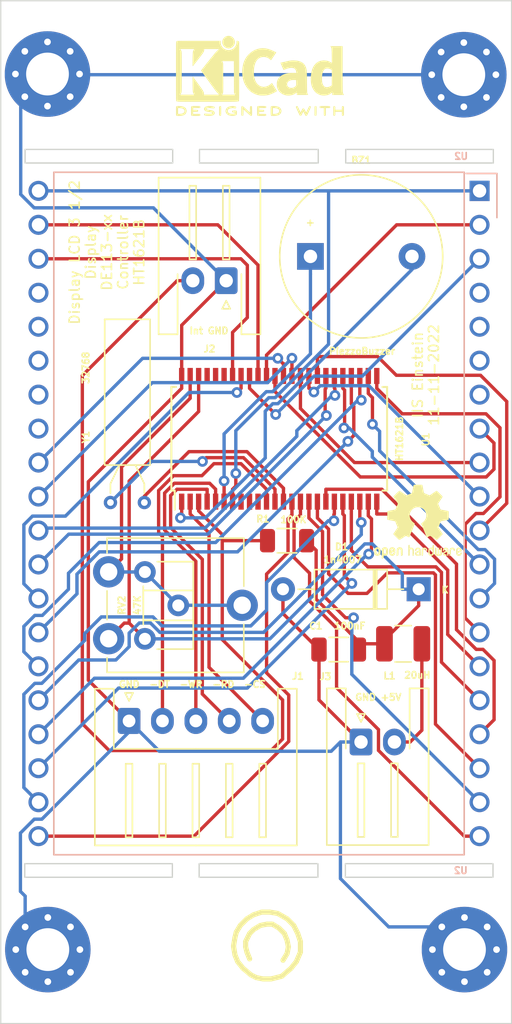
<source format=kicad_pcb>
(kicad_pcb (version 20211014) (generator pcbnew)
  (layers (0 "F.Cu" signal) (31 "B.Cu" signal) (34 "B.Paste" user) (35 "F.Paste" user) (36 "B.SilkS" user "B.Silkscreen") (37 "F.SilkS" user "F.Silkscreen") (38 "B.Mask" user) (39 "F.Mask" user) (44 "Edge.Cuts" user))
  (net 0 "")
  (net 1 "Net-(BZ1-Pad1)")
  (net 2 "Net-(BZ1-Pad2)")
  (net 3 "Net-(C1-Pad1)")
  (net 4 "GND")
  (net 5 "Net-(U1-Pad11)")
  (net 6 "Net-(R1-Pad1)")
  (net 7 "Net-(U1-Pad5)")
  (net 8 "Net-(U1-Pad4)")
  (net 9 "Net-(U1-Pad2)")
  (net 10 "Net-(U1-Pad7)")
  (net 14 "Net-(L1-Pad2)")
  (net 15 "Net-(U1-Pad12)")
  (net 16 "Net-(U1-Pad13)")
  (net 17 "Net-(U1-Pad14)")
  (net 18 "Net-(U1-Pad15)")
  (net 19 "Net-(U1-Pad16)")
  (net 20 "Net-(U1-Pad17)")
  (net 21 "Net-(U1-Pad18)")
  (net 22 "Net-(U1-Pad19)")
  (net 23 "Net-(U1-Pad20)")
  (net 24 "Net-(U1-Pad21)")
  (net 25 "Net-(U1-Pad22)")
  (net 26 "Net-(U1-Pad23)")
  (net 27 "Net-(U1-Pad24)")
  (net 28 "Net-(U1-Pad25)")
  (net 29 "Net-(U1-Pad26)")
  (net 30 "Net-(U1-Pad27)")
  (net 31 "Net-(U1-Pad28)")
  (net 32 "Net-(U1-Pad29)")
  (net 33 "Net-(U1-Pad30)")
  (net 34 "Net-(U1-Pad31)")
  (net 35 "Net-(U1-Pad32)")
  (net 36 "Net-(U1-Pad33)")
  (net 37 "Net-(U1-Pad34)")
  (net 38 "Net-(U1-Pad35)")
  (net 39 "Net-(U1-Pad36)")
  (net 40 "Net-(U1-Pad37)")
  (net 41 "Net-(U1-Pad38)")
  (net 42 "Net-(U1-Pad39)")
  (net 43 "Net-(U1-Pad40)")
  (net 44 "Net-(U1-Pad41)")
  (net 45 "Net-(U1-Pad42)")
  (net 58 "Net-(RV1-Pad1)")
  (footprint "Package_SO:SSOP-48_7.5x15.9mm_P0.635mm" (layer "F.Cu") (at 139.2428 68.6308 90)
    (fp_text reference "U1")
    (fp_text value "HT1621B")
  )
  (footprint "Connector_JST:JST_XH_S5B-XH-A_1x05_P2.50mm_Horizontal" (layer "F.Cu") (at 128.0007 89.7326)
    (fp_text reference "J1")
    (fp_text value "Conn_01x05_Male")
  )
  (footprint "Buzzer_Beeper:Buzzer_12x9.5RM7.6" (layer "F.Cu") (at 141.5796 54.991)
    (fp_text reference "BZ1")
    (fp_text value "PiezzoBuzzer")
  )
  (footprint "Potentiometer_THT:Potentiometer_ACP_CA9-V10_Vertical" (layer "F.Cu") (at 126.4729 83.5814)
    (fp_text reference "RV2")
    (fp_text value "47K")
  )
  (footprint "Symbol:OSHW-Logo2_7.3x6mm_SilkScreen" (layer "F.Cu") (at 149.6314 74.8284)
    (fp_text reference "H6" hide)
    (fp_text value "MountingHole" hide)
  )
  (footprint "Symbol:KiCad-Logo2_5mm_SilkScreen" (layer "F.Cu") (at 137.795 41.4782)
    (fp_text reference "H5" hide)
    (fp_text value "MountingHole" hide)
  )
  (footprint "Potentiometer_THT:Potentiometer_ACP_CA6-H2,5_Horizontal" (layer "F.Cu") (at 129.1865 78.5922)
    (fp_text reference "RV1" hide)
    (fp_text value "47K" hide)
  )
  (footprint "Resistor_SMD:R_1206_3216Metric" (layer "F.Cu") (at 139.827 76.2508)
    (fp_text reference "R1")
    (fp_text value "100K")
  )
  (footprint "MountingHole:MountingHole_3.2mm_M3_Pad_Via" (layer "F.Cu") (at 121.92 106.8324)
    (fp_text reference "H2" hide)
    (fp_text value "MountingHole_Pad" hide)
  )
  (footprint "Connector_JST:JST_XH_S2B-XH-A-1_1x02_P2.50mm_Horizontal" (layer "F.Cu") (at 145.3651 91.3072)
    (fp_text reference "J3")
    (fp_text value "Conn_01x02_Male")
  )
  (footprint "MountingHole:MountingHole_3.2mm_M3_Pad_Via" (layer "F.Cu") (at 153.0604 41.402)
    (fp_text reference "H4" hide)
    (fp_text value "MountingHole_Pad" hide)
  )
  (footprint "Diode_THT:D_A-405_P10.16mm_Horizontal" (layer "F.Cu") (at 149.6822 79.883 180)
    (fp_text reference "D1")
    (fp_text value "1n4007")
  )
  (footprint "Inductor_SMD:L_1210_3225Metric" (layer "F.Cu") (at 148.5201 83.9624)
    (fp_text reference "L1")
    (fp_text value "20uH")
  )
  (footprint "MountingHole:MountingHole_3.2mm_M3_Pad_Via" (layer "F.Cu") (at 153.1112 106.8324)
    (fp_text reference "H3" hide)
    (fp_text value "MountingHole_Pad" hide)
  )
  (footprint "Connector_JST:JST_XH_S2B-XH-A-1_1x02_P2.50mm_Horizontal" (layer "F.Cu") (at 135.2729 56.807 180)
    (fp_text reference "J2")
    (fp_text value "Conn_01x02_Male")
  )
  (footprint "Capacitor_SMD:C_1206_3216Metric" (layer "F.Cu") (at 143.6941 84.3942 180)
    (fp_text reference "C1")
    (fp_text value "100nF")
  )
  (footprint "MountingHole:MountingHole_3.2mm_M3_Pad_Via" (layer "F.Cu") (at 121.8946 41.3512)
    (fp_text reference "H1" hide)
    (fp_text value "MountingHole_Pad" hide)
  )
  (footprint "Symbol:Symbol_CC-ShareAlike_SilkscreenTop_Small" (layer "F.Cu") (at 138.3284 106.5276 90)
    (fp_text reference "H7" hide)
    (fp_text value "MountingHole" hide)
  )
  (footprint "Crystal:Crystal_AT310_D3.0mm_L10.0mm_Horizontal" (layer "F.Cu") (at 129.1461 73.3974 180)
    (fp_text reference "Y1")
    (fp_text value "32768")
  )
  (footprint "Display_7Segment:DE113-XX-XX" (layer "B.Cu") (at 154.2391 50.0888 180)
    (fp_text reference "U2")
    (fp_text value "DE113-XX-XX")
  )
  (gr_rect (start 118.3894 35.8648) (end 156.6418 112.3696) (layer "Edge.Cuts") (width 0.1) (fill none))
  (gr_rect (start 120.2182 48.006) (end 131.2672 46.99) (layer "Edge.Cuts") (width 0.1) (fill none))
  (gr_rect (start 133.2484 101.4222) (end 142.1384 100.4062) (layer "Edge.Cuts") (width 0.1) (fill none))
  (gr_rect (start 144.2212 48.006) (end 155.2702 46.99) (layer "Edge.Cuts") (width 0.1) (fill none))
  (gr_rect (start 133.2738 48.006) (end 142.1638 46.99) (layer "Edge.Cuts") (width 0.1) (fill none))
  (gr_rect (start 144.1958 101.4222) (end 155.2448 100.4062) (layer "Edge.Cuts") (width 0.1) (fill none))
  (gr_rect (start 120.1928 101.4222) (end 131.2418 100.4062) (layer "Edge.Cuts") (width 0.1) (fill none))
  (gr_text "Display LCD 3 1/2\nDisplay\nDE113-xx\nController\nHT1621B" (at 126.3396 54.6862 90) (layer "F.SilkS") (effects (font (size 0.75 0.75) (thickness 0.12))))
  (gr_text "IIS Einstein\n11-11-2022" (at 150.2156 63.8556 90) (layer "F.SilkS") (effects (font (size 0.75 0.75) (thickness 0.12))))
  (segment (start 135.1153 73.3308) (end 135.1153 71.783) (width 0.25) (layer "F.Cu") (net 1))
  (via (at 135.1153 71.783) (size 0.8) (drill 0.4) (layers "F.Cu" "B.Cu") (net 1))
  (segment (start 138.274 65.1074) (end 138.7514 65.1074) (width 0.25) (layer "B.Cu") (net 1))
  (segment (start 141.5796 62.2792) (end 141.5796 56.3161) (width 0.25) (layer "B.Cu") (net 1))
  (segment (start 141.5796 54.991) (end 141.5796 56.3161) (width 0.25) (layer "B.Cu") (net 1))
  (segment (start 135.1153 68.2661) (end 138.274 65.1074) (width 0.25) (layer "B.Cu") (net 1))
  (segment (start 135.1153 71.783) (end 135.1153 68.2661) (width 0.25) (layer "B.Cu") (net 1))
  (segment (start 138.7514 65.1074) (end 141.5796 62.2792) (width 0.25) (layer "B.Cu") (net 1))
  (segment (start 131.9403 74.2559) (end 131.8495 74.3467) (width 0.25) (layer "F.Cu") (net 2))
  (segment (start 131.8495 74.3467) (end 131.8495 74.544) (width 0.25) (layer "F.Cu") (net 2))
  (segment (start 131.9403 73.3308) (end 131.9403 74.2559) (width 0.25) (layer "F.Cu") (net 2))
  (via (at 131.8495 74.544) (size 0.8) (drill 0.4) (layers "F.Cu" "B.Cu") (net 2))
  (segment (start 149.1796 55.9735) (end 139.1454 66.0077) (width 0.25) (layer "B.Cu") (net 2))
  (segment (start 133.7194 74.544) (end 131.8495 74.544) (width 0.25) (layer "B.Cu") (net 2))
  (segment (start 149.1796 54.991) (end 149.1796 55.9735) (width 0.25) (layer "B.Cu") (net 2))
  (segment (start 138.1958 66.5685) (end 138.1958 70.0676) (width 0.25) (layer "B.Cu") (net 2))
  (segment (start 138.1958 70.0676) (end 133.7194 74.544) (width 0.25) (layer "B.Cu") (net 2))
  (segment (start 139.1454 66.0077) (end 138.7566 66.0077) (width 0.25) (layer "B.Cu") (net 2))
  (segment (start 138.7566 66.0077) (end 138.1958 66.5685) (width 0.25) (layer "B.Cu") (net 2))
  (segment (start 128.0097 71.7887) (end 128.0097 82.4154) (width 0.25) (layer "F.Cu") (net 3))
  (segment (start 128.0097 82.4154) (end 127.6389 82.4154) (width 0.25) (layer "F.Cu") (net 3))
  (segment (start 133.2103 63.9308) (end 133.2103 66.5881) (width 0.25) (layer "F.Cu") (net 3))
  (segment (start 145.1691 83.9624) (end 147.1201 83.9624) (width 0.25) (layer "F.Cu") (net 3))
  (segment (start 128.0097 82.4154) (end 129.1865 83.5922) (width 0.25) (layer "F.Cu") (net 3))
  (segment (start 145.1691 83.9624) (end 145.1691 84.3942) (width 0.25) (layer "F.Cu") (net 3))
  (segment (start 145.1691 83.7852) (end 145.1691 83.9624) (width 0.25) (layer "F.Cu") (net 3))
  (segment (start 127.6389 82.4154) (end 126.4729 83.5814) (width 0.25) (layer "F.Cu") (net 3))
  (segment (start 147.1201 83.6702) (end 147.1201 83.9624) (width 0.25) (layer "F.Cu") (net 3))
  (segment (start 141.2895 76.2508) (end 142.0058 76.9671) (width 0.25) (layer "F.Cu") (net 3))
  (segment (start 149.6822 81.1081) (end 147.1201 83.6702) (width 0.25) (layer "F.Cu") (net 3))
  (segment (start 142.0058 76.9671) (end 142.0058 80.6219) (width 0.25) (layer "F.Cu") (net 3))
  (segment (start 149.6822 79.883) (end 149.6822 81.1081) (width 0.25) (layer "F.Cu") (net 3))
  (segment (start 142.0058 80.6219) (end 145.1691 83.7852) (width 0.25) (layer "F.Cu") (net 3))
  (segment (start 133.2103 66.5881) (end 128.0097 71.7887) (width 0.25) (layer "F.Cu") (net 3))
  (segment (start 148.4571 78.7383) (end 146.2101 76.4913) (width 0.25) (layer "B.Cu") (net 3))
  (segment (start 138.5464 83.5922) (end 129.1865 83.5922) (width 0.25) (layer "B.Cu") (net 3))
  (segment (start 145.6473 76.4913) (end 138.5464 83.5922) (width 0.25) (layer "B.Cu") (net 3))
  (segment (start 148.4571 79.883) (end 148.4571 78.7383) (width 0.25) (layer "B.Cu") (net 3))
  (segment (start 149.6822 79.883) (end 148.4571 79.883) (width 0.25) (layer "B.Cu") (net 3))
  (segment (start 146.2101 76.4913) (end 145.6473 76.4913) (width 0.25) (layer "B.Cu") (net 3))
  (segment (start 155.5112 105.8382) (end 155.5112 106.8324) (width 0.25) (layer "F.Cu") (net 4))
  (segment (start 131.9403 63.9308) (end 131.9403 64.8559) (width 0.25) (layer "F.Cu") (net 4))
  (segment (start 142.2191 84.3942) (end 142.2191 88.1612) (width 0.25) (layer "F.Cu") (net 4))
  (segment (start 154.8083 108.5295) (end 155.5112 107.8266) (width 0.25) (layer "F.Cu") (net 4))
  (segment (start 155.4604 42.3962) (end 155.4604 41.402) (width 0.25) (layer "F.Cu") (net 4))
  (segment (start 131.9403 63.9308) (end 131.9403 60.1396) (width 0.25) (layer "F.Cu") (net 4))
  (segment (start 131.9403 60.1396) (end 135.2729 56.807) (width 0.25) (layer "F.Cu") (net 4))
  (segment (start 139.5222 79.883) (end 139.5222 81.6973) (width 0.25) (layer "F.Cu") (net 4))
  (segment (start 154.7575 43.0991) (end 155.4604 42.3962) (width 0.25) (layer "F.Cu") (net 4))
  (segment (start 128.0007 89.7326) (end 124.9519 86.6838) (width 0.25) (layer "F.Cu") (net 4))
  (segment (start 155.5112 107.8266) (end 155.5112 106.8324) (width 0.25) (layer "F.Cu") (net 4))
  (segment (start 154.8083 105.1353) (end 155.5112 105.8382) (width 0.25) (layer "F.Cu") (net 4))
  (segment (start 124.9519 86.6838) (end 124.9519 71.8443) (width 0.25) (layer "F.Cu") (net 4))
  (segment (start 142.2191 88.1612) (end 145.3651 91.3072) (width 0.25) (layer "F.Cu") (net 4))
  (segment (start 124.9519 71.8443) (end 131.9403 64.8559) (width 0.25) (layer "F.Cu") (net 4))
  (segment (start 139.5222 81.6973) (end 142.2191 84.3942) (width 0.25) (layer "F.Cu") (net 4))
  (segment (start 151.3633 41.402) (end 150.6604 41.402) (width 0.25) (layer "B.Cu") (net 4))
  (segment (start 119.8678 102.4782) (end 120.2229 102.8333) (width 0.25) (layer "B.Cu") (net 4))
  (segment (start 150.7112 106.8324) (end 151.4141 107.5353) (width 0.25) (layer "B.Cu") (net 4))
  (segment (start 120.2229 104.4324) (end 121.92 104.4324) (width 0.25) (layer "B.Cu") (net 4))
  (segment (start 128.4103 90.1421) (end 128.0007 89.7326) (width 0.25) (layer "B.Cu") (net 4))
  (segment (start 119.8678 98.1161) (end 119.8678 102.4782) (width 0.25) (layer "B.Cu") (net 4))
  (segment (start 129.8247 51.3588) (end 120.8944 51.3588) (width 0.25) (layer "B.Cu") (net 4))
  (segment (start 154.0546 39.002) (end 153.0604 39.002) (width 0.25) (layer "B.Cu") (net 4))
  (segment (start 153.0604 39.002) (end 152.0662 39.002) (width 0.25) (layer "B.Cu") (net 4))
  (segment (start 135.2729 56.807) (end 129.8247 51.3588) (width 0.25) (layer "B.Cu") (net 4))
  (segment (start 154.8083 105.1353) (end 153.8141 105.1353) (width 0.25) (layer "B.Cu") (net 4))
  (segment (start 153.0604 41.402) (end 151.3633 41.402) (width 0.25) (layer "B.Cu") (net 4))
  (segment (start 121.2171 106.8324) (end 121.92 106.8324) (width 0.25) (layer "B.Cu") (net 4))
  (segment (start 153.1112 106.8324) (end 152.117 106.8324) (width 0.25) (layer "B.Cu") (net 4))
  (segment (start 143.1315 91.9988) (end 130.267 91.9988) (width 0.25) (layer "B.Cu") (net 4))
  (segment (start 151.3633 41.402) (end 151.3633 39.7049) (width 0.25) (layer "B.Cu") (net 4))
  (segment (start 119.4946 41.3512) (end 120.1975 41.3512) (width 0.25) (layer "B.Cu") (net 4))
  (segment (start 121.8946 38.9512) (end 120.9004 38.9512) (width 0.25) (layer "B.Cu") (net 4))
  (segment (start 119.891 50.3554) (end 119.891 43.3548) (width 0.25) (layer "B.Cu") (net 4))
  (segment (start 152.0662 43.802) (end 151.3633 43.0991) (width 0.25) (layer "B.Cu") (net 4))
  (segment (start 120.2229 106.8324) (end 121.2171 106.8324) (width 0.25) (layer "B.Cu") (net 4))
  (segment (start 123.6171 105.1353) (end 122.6229 105.1353) (width 0.25) (layer "B.Cu") (net 4))
  (segment (start 150.7112 106.8324) (end 150.7112 105.1353) (width 0.25) (layer "B.Cu") (net 4))
  (segment (start 128.8841 90.6159) (end 128.884 90.6159) (width 0.25) (layer "B.Cu") (net 4))
  (segment (start 147.4398 105.1353) (end 150.7112 105.1353) (width 0.25) (layer "B.Cu") (net 4))
  (segment (start 121.8946 43.7512) (end 122.8888 43.7512) (width 0.25) (layer "B.Cu") (net 4))
  (segment (start 123.6171 107.5353) (end 123.6171 108.5295) (width 0.25) (layer "B.Cu") (net 4))
  (segment (start 152.117 106.8324) (end 151.4141 107.5353) (width 0.25) (layer "B.Cu") (net 4))
  (segment (start 124.32 106.8324) (end 123.6171 107.5353) (width 0.25) (layer "B.Cu") (net 4))
  (segment (start 152.0662 39.002) (end 151.3633 39.7049) (width 0.25) (layer "B.Cu") (net 4))
  (segment (start 124.2946 41.402) (end 124.2946 41.3512) (width 0.25) (layer "B.Cu") (net 4))
  (segment (start 120.1975 43.0483) (end 121.1917 43.0483) (width 0.25) (layer "B.Cu") (net 4))
  (segment (start 128.884 90.6159) (end 128.4103 90.1421) (width 0.25) (layer "B.Cu") (net 4))
  (segment (start 120.2229 106.8324) (end 120.2229 105.1353) (width 0.25) (layer "B.Cu") (net 4))
  (segment (start 120.9051 97.0788) (end 119.8678 98.1161) (width 0.25) (layer "B.Cu") (net 4))
  (segment (start 120.1975 41.3512) (end 121.8946 41.3512) (width 0.25) (layer "B.Cu") (net 4))
  (segment (start 124.2946 41.402) (end 150.6604 41.402) (width 0.25) (layer "B.Cu") (net 4))
  (segment (start 153.0604 43.802) (end 152.0662 43.802) (width 0.25) (layer "B.Cu") (net 4))
  (segment (start 124.2946 42.3454) (end 124.2946 41.402) (width 0.25) (layer "B.Cu") (net 4))
  (segment (start 120.1975 41.3512) (end 120.1975 39.6541) (width 0.25) (layer "B.Cu") (net 4))
  (segment (start 154.8083 108.5295) (end 153.8141 108.5295) (width 0.25) (layer "B.Cu") (net 4))
  (segment (start 119.52 106.8324) (end 120.2229 106.8324) (width 0.25) (layer "B.Cu") (net 4))
  (segment (start 128.4103 90.1421) (end 121.4736 97.0788) (width 0.25) (layer "B.Cu") (net 4))
  (segment (start 143.8231 101.5186) (end 147.4398 105.1353) (width 0.25) (layer "B.Cu") (net 4))
  (segment (start 121.2171 108.5295) (end 121.92 109.2324) (width 0.25) (layer "B.Cu") (net 4))
  (segment (start 120.2229 102.8333) (end 120.2229 104.4324) (width 0.25) (layer "B.Cu") (net 4))
  (segment (start 151.3633 41.402) (end 151.3633 43.0991) (width 0.25) (layer "B.Cu") (net 4))
  (segment (start 122.8888 43.7512) (end 123.5917 43.0483) (width 0.25) (layer "B.Cu") (net 4))
  (segment (start 130.267 91.9988) (end 128.8841 90.6159) (width 0.25) (layer "B.Cu") (net 4))
  (segment (start 154.7575 39.7049) (end 154.0546 39.002) (width 0.25) (layer "B.Cu") (net 4))
  (segment (start 151.4141 108.5295) (end 152.4083 108.5295) (width 0.25) (layer "B.Cu") (net 4))
  (segment (start 122.8888 38.9512) (end 121.8946 38.9512) (width 0.25) (layer "B.Cu") (net 4))
  (segment (start 143.8231 91.3072) (end 143.8231 101.5186) (width 0.25) (layer "B.Cu") (net 4))
  (segment (start 153.8141 105.1353) (end 153.1112 104.4324) (width 0.25) (layer "B.Cu") (net 4))
  (segment (start 120.1975 41.3512) (end 120.1975 43.0483) (width 0.25) (layer "B.Cu") (net 4))
  (segment (start 123.6171 108.5295) (end 122.6229 108.5295) (width 0.25) (layer "B.Cu") (net 4))
  (segment (start 122.6229 105.1353) (end 121.92 104.4324) (width 0.25) (layer "B.Cu") (net 4))
  (segment (start 120.9004 38.9512) (end 120.1975 39.6541) (width 0.25) (layer "B.Cu") (net 4))
  (segment (start 122.6229 108.5295) (end 121.92 109.2324) (width 0.25) (layer "B.Cu") (net 4))
  (segment (start 153.8141 108.5295) (end 153.1112 109.2324) (width 0.25) (layer "B.Cu") (net 4))
  (segment (start 120.2229 108.5295) (end 121.2171 108.5295) (width 0.25) (layer "B.Cu") (net 4))
  (segment (start 119.891 43.3548) (end 120.1975 43.0483) (width 0.25) (layer "B.Cu") (net 4))
  (segment (start 143.8231 91.3072) (end 143.1315 91.9988) (width 0.25) (layer "B.Cu") (net 4))
  (segment (start 123.5917 43.0483) (end 124.2946 42.3454) (width 0.25) (layer "B.Cu") (net 4))
  (segment (start 152.4083 108.5295) (end 153.1112 109.2324) (width 0.25) (layer "B.Cu") (net 4))
  (segment (start 123.5917 39.6541) (end 122.8888 38.9512) (width 0.25) (layer "B.Cu") (net 4))
  (segment (start 120.8944 51.3588) (end 119.891 50.3554) (width 0.25) (layer "B.Cu") (net 4))
  (segment (start 121.2171 106.8324) (end 121.2171 108.5295) (width 0.25) (layer "B.Cu") (net 4))
  (segment (start 154.0546 43.802) (end 153.0604 43.802) (width 0.25) (layer "B.Cu") (net 4))
  (segment (start 154.7575 43.0991) (end 154.0546 43.802) (width 0.25) (layer "B.Cu") (net 4))
  (segment (start 121.1917 43.0483) (end 121.8946 43.7512) (width 0.25) (layer "B.Cu") (net 4))
  (segment (start 151.4141 107.5353) (end 151.4141 108.5295) (width 0.25) (layer "B.Cu") (net 4))
  (segment (start 150.7112 105.1353) (end 151.4141 105.1353) (width 0.25) (layer "B.Cu") (net 4))
  (segment (start 120.2229 104.4324) (end 120.2229 105.1353) (width 0.25) (layer "B.Cu") (net 4))
  (segment (start 145.3651 91.3072) (end 143.8231 91.3072) (width 0.25) (layer "B.Cu") (net 4))
  (segment (start 121.4736 97.0788) (end 120.9051 97.0788) (width 0.25) (layer "B.Cu") (net 4))
  (segment (start 138.2903 72.4057) (end 136.3775 70.4929) (width 0.25) (layer "F.Cu") (net 5))
  (segment (start 131.3244 71.3895) (end 130.2138 72.5001) (width 0.25) (layer "F.Cu") (net 5))
  (segment (start 130.5007 89.7326) (end 130.5007 88.4325) (width 0.25) (layer "F.Cu") (net 5))
  (segment (start 136.3775 70.4929) (end 134.3521 70.4929) (width 0.25) (layer "F.Cu") (net 5))
  (segment (start 138.2903 73.3308) (end 138.2903 72.4057) (width 0.25) (layer "F.Cu") (net 5))
  (segment (start 133.4555 71.3895) (end 131.3244 71.3895) (width 0.25) (layer "F.Cu") (net 5))
  (segment (start 130.2138 75.6458) (end 130.5007 75.9327) (width 0.25) (layer "F.Cu") (net 5))
  (segment (start 130.5007 75.9327) (end 130.5007 88.4325) (width 0.25) (layer "F.Cu") (net 5))
  (segment (start 134.3521 70.4929) (end 133.4555 71.3895) (width 0.25) (layer "F.Cu") (net 5))
  (segment (start 130.2138 72.5001) (end 130.2138 75.6458) (width 0.25) (layer "F.Cu") (net 5))
  (segment (start 134.9777 83.6451) (end 134.9777 76.251) (width 0.25) (layer "F.Cu") (net 6))
  (segment (start 134.9777 76.251) (end 134.9779 76.2508) (width 0.25) (layer "F.Cu") (net 6))
  (segment (start 139.4968 91.083004) (end 139.4968 88.1642) (width 0.25) (layer "F.Cu") (net 6))
  (segment (start 131.5978 56.807) (end 124.5017 63.9031) (width 0.25) (layer "F.Cu") (net 6))
  (segment (start 124.5017 89.9323) (end 126.5174 91.948) (width 0.25) (layer "F.Cu") (net 6))
  (segment (start 134.9779 76.2508) (end 134.9779 75.7909) (width 0.25) (layer "F.Cu") (net 6))
  (segment (start 138.3645 76.2508) (end 134.9779 76.2508) (width 0.25) (layer "F.Cu") (net 6))
  (segment (start 138.631804 91.948) (end 139.4968 91.083004) (width 0.25) (layer "F.Cu") (net 6))
  (segment (start 134.9779 75.7909) (end 133.2103 74.0233) (width 0.25) (layer "F.Cu") (net 6))
  (segment (start 139.4968 88.1642) (end 134.9777 83.6451) (width 0.25) (layer "F.Cu") (net 6))
  (segment (start 124.5017 63.9031) (end 124.5017 89.9323) (width 0.25) (layer "F.Cu") (net 6))
  (segment (start 133.2103 74.0233) (end 133.2103 73.3308) (width 0.25) (layer "F.Cu") (net 6))
  (segment (start 132.7729 56.807) (end 131.5978 56.807) (width 0.25) (layer "F.Cu") (net 6))
  (segment (start 126.5174 91.948) (end 138.631804 91.948) (width 0.25) (layer "F.Cu") (net 6))
  (segment (start 134.4803 73.3308) (end 134.4803 72.4057) (width 0.25) (layer "F.Cu") (net 7))
  (segment (start 130.6639 72.6866) (end 130.6639 75.4592) (width 0.25) (layer "F.Cu") (net 7))
  (segment (start 131.3949 71.9556) (end 130.6639 72.6866) (width 0.25) (layer "F.Cu") (net 7))
  (segment (start 133.0007 77.796) (end 133.0007 89.7326) (width 0.25) (layer "F.Cu") (net 7))
  (segment (start 130.6639 75.4592) (end 133.0007 77.796) (width 0.25) (layer "F.Cu") (net 7))
  (segment (start 134.4803 72.4041) (end 134.0318 71.9556) (width 0.25) (layer "F.Cu") (net 7))
  (segment (start 134.4803 72.4057) (end 134.4803 72.4041) (width 0.25) (layer "F.Cu") (net 7))
  (segment (start 134.0318 71.9556) (end 131.3949 71.9556) (width 0.25) (layer "F.Cu") (net 7))
  (segment (start 135.5006 89.7326) (end 135.5007 89.7326) (width 0.25) (layer "F.Cu") (net 8))
  (segment (start 133.8453 73.3308) (end 133.8453 72.4057) (width 0.25) (layer "F.Cu") (net 8))
  (segment (start 131.5814 72.4057) (end 131.114 72.8731) (width 0.25) (layer "F.Cu") (net 8))
  (segment (start 131.114 72.8731) (end 131.114 75.2727) (width 0.25) (layer "F.Cu") (net 8))
  (segment (start 133.4833 77.642) (end 133.4833 87.7153) (width 0.25) (layer "F.Cu") (net 8))
  (segment (start 133.4833 87.7153) (end 135.5006 89.7326) (width 0.25) (layer "F.Cu") (net 8))
  (segment (start 131.114 75.2727) (end 133.4833 77.642) (width 0.25) (layer "F.Cu") (net 8))
  (segment (start 133.8453 72.4057) (end 131.5814 72.4057) (width 0.25) (layer "F.Cu") (net 8))
  (segment (start 132.5753 73.3308) (end 132.5753 74.2559) (width 0.25) (layer "F.Cu") (net 9))
  (segment (start 133.988 75.6686) (end 133.988 85.7199) (width 0.25) (layer "F.Cu") (net 9))
  (segment (start 132.5753 74.2559) (end 133.988 75.6686) (width 0.25) (layer "F.Cu") (net 9))
  (segment (start 133.988 85.7199) (end 138.0007 89.7326) (width 0.25) (layer "F.Cu") (net 9))
  (segment (start 135.7503 73.3308) (end 135.7503 72.4057) (width 0.25) (layer "F.Cu") (net 10))
  (segment (start 135.993 72.163) (end 135.993 71.218) (width 0.25) (layer "F.Cu") (net 10))
  (segment (start 135.7503 72.4057) (end 135.993 72.163) (width 0.25) (layer "F.Cu") (net 10))
  (via (at 135.993 71.218) (size 0.8) (drill 0.4) (layers "F.Cu" "B.Cu") (net 10))
  (segment (start 135.993 68.025) (end 138.4605 65.5575) (width 0.25) (layer "B.Cu") (net 10))
  (segment (start 138.4605 65.5575) (end 138.9379 65.5575) (width 0.25) (layer "B.Cu") (net 10))
  (segment (start 142.9366 61.5588) (end 142.9366 50.0888) (width 0.25) (layer "B.Cu") (net 10))
  (segment (start 142.9366 50.0888) (end 121.2191 50.0888) (width 0.25) (layer "B.Cu") (net 10))
  (segment (start 135.993 71.218) (end 135.993 68.025) (width 0.25) (layer "B.Cu") (net 10))
  (segment (start 138.9379 65.5575) (end 142.9366 61.5588) (width 0.25) (layer "B.Cu") (net 10))
  (segment (start 154.2391 50.0888) (end 142.9366 50.0888) (width 0.25) (layer "B.Cu") (net 10))
  (segment (start 147.8651 91.3072) (end 149.0402 91.3072) (width 0.25) (layer "F.Cu") (net 14))
  (segment (start 149.9201 90.4273) (end 149.0402 91.3072) (width 0.25) (layer "F.Cu") (net 14))
  (segment (start 149.9201 83.9624) (end 149.9201 90.4273) (width 0.25) (layer "F.Cu") (net 14))
  (segment (start 138.9253 73.3308) (end 138.9253 72.3984) (width 0.25) (layer "F.Cu") (net 15))
  (segment (start 136.5697 70.0428) (end 133.7767 70.0428) (width 0.25) (layer "F.Cu") (net 15))
  (segment (start 138.9253 72.3984) (end 136.5697 70.0428) (width 0.25) (layer "F.Cu") (net 15))
  (segment (start 133.7767 70.0428) (end 133.496 70.3235) (width 0.25) (layer "F.Cu") (net 15))
  (via (at 133.496 70.3235) (size 0.8) (drill 0.4) (layers "F.Cu" "B.Cu") (net 15))
  (segment (start 126.6061 73.3974) (end 129.68 70.3235) (width 0.25) (layer "B.Cu") (net 15))
  (segment (start 129.68 70.3235) (end 133.496 70.3235) (width 0.25) (layer "B.Cu") (net 15))
  (segment (start 139.5603 72.3262) (end 136.8268 69.5927) (width 0.25) (layer "F.Cu") (net 16))
  (segment (start 139.5603 72.4057) (end 139.5603 72.3262) (width 0.25) (layer "F.Cu") (net 16))
  (segment (start 136.8268 69.5927) (end 132.4845 69.5927) (width 0.25) (layer "F.Cu") (net 16))
  (segment (start 132.4845 69.5927) (end 129.1461 72.9311) (width 0.25) (layer "F.Cu") (net 16))
  (segment (start 129.1461 72.9311) (end 129.1461 73.3974) (width 0.25) (layer "F.Cu") (net 16))
  (segment (start 139.5603 73.3308) (end 139.5603 72.4057) (width 0.25) (layer "F.Cu") (net 16))
  (segment (start 139.9023 77.1427) (end 139.9023 74.612) (width 0.25) (layer "F.Cu") (net 17))
  (segment (start 138.297 86.1371) (end 138.297 78.748) (width 0.25) (layer "F.Cu") (net 17))
  (segment (start 139.954 91.2622) (end 139.954 87.7941) (width 0.25) (layer "F.Cu") (net 17))
  (segment (start 140.1953 74.319) (end 140.1953 73.3308) (width 0.25) (layer "F.Cu") (net 17))
  (segment (start 139.9023 74.612) (end 140.1953 74.319) (width 0.25) (layer "F.Cu") (net 17))
  (segment (start 132.8674 98.3488) (end 139.954 91.2622) (width 0.25) (layer "F.Cu") (net 17))
  (segment (start 121.2191 98.3488) (end 132.8674 98.3488) (width 0.25) (layer "F.Cu") (net 17))
  (segment (start 138.297 78.748) (end 139.9023 77.1427) (width 0.25) (layer "F.Cu") (net 17))
  (segment (start 139.954 87.7941) (end 138.297 86.1371) (width 0.25) (layer "F.Cu") (net 17))
  (segment (start 153.0867 98.3488) (end 154.2391 98.3488) (width 0.25) (layer "F.Cu") (net 18))
  (segment (start 146.6721 90.3765) (end 146.6721 91.9342) (width 0.25) (layer "F.Cu") (net 18))
  (segment (start 141.5145 80.7672) (end 143.5354 82.7881) (width 0.25) (layer "F.Cu") (net 18))
  (segment (start 140.3524 77.5198) (end 141.5145 78.6819) (width 0.25) (layer "F.Cu") (net 18))
  (segment (start 140.8303 74.3207) (end 140.3524 74.7986) (width 0.25) (layer "F.Cu") (net 18))
  (segment (start 146.6721 91.9342) (end 153.0867 98.3488) (width 0.25) (layer "F.Cu") (net 18))
  (segment (start 140.8303 73.3308) (end 140.8303 74.3207) (width 0.25) (layer "F.Cu") (net 18))
  (segment (start 143.5354 82.7881) (end 143.5354 87.2398) (width 0.25) (layer "F.Cu") (net 18))
  (segment (start 140.3524 74.7986) (end 140.3524 77.5198) (width 0.25) (layer "F.Cu") (net 18))
  (segment (start 141.5145 78.6819) (end 141.5145 80.7672) (width 0.25) (layer "F.Cu") (net 18))
  (segment (start 143.5354 87.2398) (end 146.6721 90.3765) (width 0.25) (layer "F.Cu") (net 18))
  (segment (start 142.4872 80.2959) (end 142.4872 75.5761) (width 0.25) (layer "F.Cu") (net 19))
  (segment (start 144.8054 82.0166) (end 144.2079 82.0166) (width 0.25) (layer "F.Cu") (net 19))
  (segment (start 141.4653 74.5542) (end 141.4653 73.3308) (width 0.25) (layer "F.Cu") (net 19))
  (segment (start 142.4872 75.5761) (end 141.4653 74.5542) (width 0.25) (layer "F.Cu") (net 19))
  (segment (start 144.2079 82.0166) (end 142.4872 80.2959) (width 0.25) (layer "F.Cu") (net 19))
  (via (at 144.8054 82.0166) (size 0.8) (drill 0.4) (layers "F.Cu" "B.Cu") (net 19))
  (segment (start 144.6757 82.1463) (end 144.6757 86.2454) (width 0.25) (layer "B.Cu") (net 19))
  (segment (start 144.8054 82.0166) (end 144.6757 82.1463) (width 0.25) (layer "B.Cu") (net 19))
  (segment (start 144.6757 86.2454) (end 154.2391 95.8088) (width 0.25) (layer "B.Cu") (net 19))
  (segment (start 150.9375 89.9672) (end 154.2391 93.2688) (width 0.25) (layer "F.Cu") (net 20))
  (segment (start 142.9373 75.3896) (end 142.9373 78.7302) (width 0.25) (layer "F.Cu") (net 20))
  (segment (start 142.1003 74.5526) (end 142.9373 75.3896) (width 0.25) (layer "F.Cu") (net 20))
  (segment (start 142.1003 73.3308) (end 142.1003 74.2559) (width 0.25) (layer "F.Cu") (net 20))
  (segment (start 144.4032 80.1961) (end 145.8072 80.1961) (width 0.25) (layer "F.Cu") (net 20))
  (segment (start 147.3456 78.6577) (end 150.788 78.6577) (width 0.25) (layer "F.Cu") (net 20))
  (segment (start 142.9373 78.7302) (end 144.4032 80.1961) (width 0.25) (layer "F.Cu") (net 20))
  (segment (start 142.1003 74.2559) (end 142.1003 74.5526) (width 0.25) (layer "F.Cu") (net 20))
  (segment (start 145.8072 80.1961) (end 147.3456 78.6577) (width 0.25) (layer "F.Cu") (net 20))
  (segment (start 150.9375 78.8072) (end 150.9375 89.9672) (width 0.25) (layer "F.Cu") (net 20))
  (segment (start 150.788 78.6577) (end 150.9375 78.8072) (width 0.25) (layer "F.Cu") (net 20))
  (segment (start 154.2391 90.7288) (end 155.3265 89.6414) (width 0.25) (layer "F.Cu") (net 21))
  (segment (start 152.5128 82.903) (end 152.5128 77.9944) (width 0.25) (layer "F.Cu") (net 21))
  (segment (start 142.7353 73.3308) (end 142.7353 72.4057) (width 0.25) (layer "F.Cu") (net 21))
  (segment (start 155.3265 85.2091) (end 154.4962 84.3788) (width 0.25) (layer "F.Cu") (net 21))
  (segment (start 155.3265 89.6414) (end 155.3265 85.2091) (width 0.25) (layer "F.Cu") (net 21))
  (segment (start 153.9886 84.3788) (end 152.5128 82.903) (width 0.25) (layer "F.Cu") (net 21))
  (segment (start 152.5128 77.9944) (end 146.9241 72.4057) (width 0.25) (layer "F.Cu") (net 21))
  (segment (start 146.9241 72.4057) (end 142.7353 72.4057) (width 0.25) (layer "F.Cu") (net 21))
  (segment (start 154.4962 84.3788) (end 153.9886 84.3788) (width 0.25) (layer "F.Cu") (net 21))
  (segment (start 143.3703 73.3308) (end 143.3703 74.2559) (width 0.25) (layer "F.Cu") (net 22))
  (segment (start 143.3363 74.7632) (end 143.3363 74.2899) (width 0.25) (layer "F.Cu") (net 22))
  (segment (start 143.3363 74.2899) (end 143.3703 74.2559) (width 0.25) (layer "F.Cu") (net 22))
  (via (at 143.3363 74.7632) (size 0.8) (drill 0.4) (layers "F.Cu" "B.Cu") (net 22))
  (segment (start 120.945 86.9188) (end 120.126 87.7378) (width 0.25) (layer "B.Cu") (net 22))
  (segment (start 121.4701 86.9188) (end 120.945 86.9188) (width 0.25) (layer "B.Cu") (net 22))
  (segment (start 124.6769 83.712) (end 121.4701 86.9188) (width 0.25) (layer "B.Cu") (net 22))
  (segment (start 129.789 81.9526) (end 125.9223 81.9526) (width 0.25) (layer "B.Cu") (net 22))
  (segment (start 124.6769 83.198) (end 124.6769 83.712) (width 0.25) (layer "B.Cu") (net 22))
  (segment (start 137.1174 82.6227) (end 130.4591 82.6227) (width 0.25) (layer "B.Cu") (net 22))
  (segment (start 120.126 94.7157) (end 121.2191 95.8088) (width 0.25) (layer "B.Cu") (net 22))
  (segment (start 142.9095 74.7632) (end 138.2971 79.3756) (width 0.25) (layer "B.Cu") (net 22))
  (segment (start 138.2971 81.443) (end 137.1174 82.6227) (width 0.25) (layer "B.Cu") (net 22))
  (segment (start 125.9223 81.9526) (end 124.6769 83.198) (width 0.25) (layer "B.Cu") (net 22))
  (segment (start 143.3363 74.7632) (end 142.9095 74.7632) (width 0.25) (layer "B.Cu") (net 22))
  (segment (start 120.126 87.7378) (end 120.126 94.7157) (width 0.25) (layer "B.Cu") (net 22))
  (segment (start 130.4591 82.6227) (end 129.789 81.9526) (width 0.25) (layer "B.Cu") (net 22))
  (segment (start 138.2971 79.3756) (end 138.2971 81.443) (width 0.25) (layer "B.Cu") (net 22))
  (segment (start 144.1151 74.3657) (end 144.0053 74.2559) (width 0.25) (layer "F.Cu") (net 23))
  (segment (start 144.6784 79.4459) (end 144.1151 78.8826) (width 0.25) (layer "F.Cu") (net 23))
  (segment (start 144.1151 78.8826) (end 144.1151 74.3657) (width 0.25) (layer "F.Cu") (net 23))
  (segment (start 144.0053 73.3308) (end 144.0053 74.2559) (width 0.25) (layer "F.Cu") (net 23))
  (via (at 144.6784 79.4459) (size 0.8) (drill 0.4) (layers "F.Cu" "B.Cu") (net 23))
  (segment (start 136.8499 87.2744) (end 144.6784 79.4459) (width 0.25) (layer "B.Cu") (net 23))
  (segment (start 121.2191 93.2688) (end 127.2135 87.2744) (width 0.25) (layer "B.Cu") (net 23))
  (segment (start 127.2135 87.2744) (end 136.8499 87.2744) (width 0.25) (layer "B.Cu") (net 23))
  (segment (start 150.9745 78.2076) (end 145.8716 78.2076) (width 0.25) (layer "F.Cu") (net 24))
  (segment (start 144.6403 76.9763) (end 144.6403 74.2559) (width 0.25) (layer "F.Cu") (net 24))
  (segment (start 154.2391 88.1888) (end 151.3877 85.3374) (width 0.25) (layer "F.Cu") (net 24))
  (segment (start 151.3877 85.3374) (end 151.3877 78.6208) (width 0.25) (layer "F.Cu") (net 24))
  (segment (start 145.8716 78.2076) (end 144.6403 76.9763) (width 0.25) (layer "F.Cu") (net 24))
  (segment (start 151.3877 78.6208) (end 150.9745 78.2076) (width 0.25) (layer "F.Cu") (net 24))
  (segment (start 144.6403 73.3308) (end 144.6403 74.2559) (width 0.25) (layer "F.Cu") (net 24))
  (segment (start 145.2753 73.3308) (end 145.2753 74.7804) (width 0.25) (layer "F.Cu") (net 25))
  (segment (start 145.2753 74.7804) (end 145.3842 74.8893) (width 0.25) (layer "F.Cu") (net 25))
  (via (at 145.3842 74.8893) (size 0.8) (drill 0.4) (layers "F.Cu" "B.Cu") (net 25))
  (segment (start 145.3842 75.7996) (end 138.0763 83.1075) (width 0.25) (layer "B.Cu") (net 25))
  (segment (start 124.2344 85.1735) (end 121.2191 88.1888) (width 0.25) (layer "B.Cu") (net 25))
  (segment (start 130.3073 83.1075) (end 129.6052 82.4054) (width 0.25) (layer "B.Cu") (net 25))
  (segment (start 145.3842 74.8893) (end 145.3842 75.7996) (width 0.25) (layer "B.Cu") (net 25))
  (segment (start 128.0097 84.1778) (end 127.014 85.1735) (width 0.25) (layer "B.Cu") (net 25))
  (segment (start 138.0763 83.1075) (end 130.3073 83.1075) (width 0.25) (layer "B.Cu") (net 25))
  (segment (start 129.6052 82.4054) (end 128.765 82.4054) (width 0.25) (layer "B.Cu") (net 25))
  (segment (start 127.014 85.1735) (end 124.2344 85.1735) (width 0.25) (layer "B.Cu") (net 25))
  (segment (start 128.765 82.4054) (end 128.0097 83.1607) (width 0.25) (layer "B.Cu") (net 25))
  (segment (start 128.0097 83.1607) (end 128.0097 84.1778) (width 0.25) (layer "B.Cu") (net 25))
  (segment (start 146.1486 74.6228) (end 145.9103 74.3845) (width 0.25) (layer "F.Cu") (net 26))
  (segment (start 145.94 77.2497) (end 146.1486 77.0411) (width 0.25) (layer "F.Cu") (net 26))
  (segment (start 145.9103 74.3845) (end 145.9103 74.2559) (width 0.25) (layer "F.Cu") (net 26))
  (segment (start 146.1486 77.0411) (end 146.1486 74.6228) (width 0.25) (layer "F.Cu") (net 26))
  (segment (start 145.9103 73.3308) (end 145.9103 74.2559) (width 0.25) (layer "F.Cu") (net 26))
  (via (at 145.94 77.2497) (size 0.8) (drill 0.4) (layers "F.Cu" "B.Cu") (net 26))
  (segment (start 145.8437 77.2497) (end 136.5556 86.5378) (width 0.25) (layer "B.Cu") (net 26))
  (segment (start 136.5556 86.5378) (end 125.4101 86.5378) (width 0.25) (layer "B.Cu") (net 26))
  (segment (start 145.94 77.2497) (end 145.8437 77.2497) (width 0.25) (layer "B.Cu") (net 26))
  (segment (start 125.4101 86.5378) (end 121.2191 90.7288) (width 0.25) (layer "B.Cu") (net 26))
  (segment (start 146.5453 73.3308) (end 146.5453 74.2559) (width 0.25) (layer "F.Cu") (net 27))
  (segment (start 151.8559 78.4524) (end 147.6594 74.2559) (width 0.25) (layer "F.Cu") (net 27))
  (segment (start 151.8559 83.2656) (end 151.8559 78.4524) (width 0.25) (layer "F.Cu") (net 27))
  (segment (start 147.6594 74.2559) (end 146.5453 74.2559) (width 0.25) (layer "F.Cu") (net 27))
  (segment (start 154.2391 85.6488) (end 151.8559 83.2656) (width 0.25) (layer "F.Cu") (net 27))
  (segment (start 154.5266 74.2188) (end 155.7677 72.9777) (width 0.25) (layer "F.Cu") (net 28))
  (segment (start 154.2391 83.1088) (end 153.1639 82.0336) (width 0.25) (layer "F.Cu") (net 28))
  (segment (start 146.5453 63.9308) (end 146.5453 64.8559) (width 0.25) (layer "F.Cu") (net 28))
  (segment (start 148.4512 66.7618) (end 146.5453 64.8559) (width 0.25) (layer "F.Cu") (net 28))
  (segment (start 153.9685 74.2188) (end 154.5266 74.2188) (width 0.25) (layer "F.Cu") (net 28))
  (segment (start 155.7677 67.8098) (end 154.7197 66.7618) (width 0.25) (layer "F.Cu") (net 28))
  (segment (start 154.7197 66.7618) (end 148.4512 66.7618) (width 0.25) (layer "F.Cu") (net 28))
  (segment (start 153.1639 75.0234) (end 153.9685 74.2188) (width 0.25) (layer "F.Cu") (net 28))
  (segment (start 155.7677 72.9777) (end 155.7677 67.8098) (width 0.25) (layer "F.Cu") (net 28))
  (segment (start 153.1639 82.0336) (end 153.1639 75.0234) (width 0.25) (layer "F.Cu") (net 28))
  (segment (start 146.2208 65.5506) (end 145.9103 65.2401) (width 0.25) (layer "F.Cu") (net 29))
  (segment (start 145.9103 65.2401) (end 145.9103 63.9308) (width 0.25) (layer "F.Cu") (net 29))
  (segment (start 146.2208 67.5387) (end 146.2208 65.5506) (width 0.25) (layer "F.Cu") (net 29))
  (via (at 146.2208 67.5387) (size 0.8) (drill 0.4) (layers "F.Cu" "B.Cu") (net 29))
  (segment (start 154.1477 76.9181) (end 146.759 69.5294) (width 0.25) (layer "B.Cu") (net 29))
  (segment (start 155.3637 79.4442) (end 155.3637 77.633) (width 0.25) (layer "B.Cu") (net 29))
  (segment (start 146.759 69.5294) (end 146.759 68.0769) (width 0.25) (layer "B.Cu") (net 29))
  (segment (start 146.759 68.0769) (end 146.2208 67.5387) (width 0.25) (layer "B.Cu") (net 29))
  (segment (start 154.2391 80.5688) (end 155.3637 79.4442) (width 0.25) (layer "B.Cu") (net 29))
  (segment (start 155.3637 77.633) (end 154.6488 76.9181) (width 0.25) (layer "B.Cu") (net 29))
  (segment (start 154.6488 76.9181) (end 154.1477 76.9181) (width 0.25) (layer "B.Cu") (net 29))
  (segment (start 145.2753 63.9308) (end 145.2753 65.6307) (width 0.25) (layer "F.Cu") (net 30))
  (segment (start 145.2753 65.6307) (end 145.3855 65.7409) (width 0.25) (layer "F.Cu") (net 30))
  (via (at 145.3855 65.7409) (size 0.8) (drill 0.4) (layers "F.Cu" "B.Cu") (net 30))
  (segment (start 134.4804 76.389) (end 145.1285 65.7409) (width 0.25) (layer "B.Cu") (net 30))
  (segment (start 123.4648 79.8861) (end 123.4648 78.6877) (width 0.25) (layer "B.Cu") (net 30))
  (segment (start 120.126 82.6578) (end 120.945 81.8388) (width 0.25) (layer "B.Cu") (net 30))
  (segment (start 125.7635 76.389) (end 134.4804 76.389) (width 0.25) (layer "B.Cu") (net 30))
  (segment (start 120.126 84.5557) (end 120.126 82.6578) (width 0.25) (layer "B.Cu") (net 30))
  (segment (start 121.2191 85.6488) (end 120.126 84.5557) (width 0.25) (layer "B.Cu") (net 30))
  (segment (start 121.5121 81.8388) (end 123.4648 79.8861) (width 0.25) (layer "B.Cu") (net 30))
  (segment (start 145.1285 65.7409) (end 145.3855 65.7409) (width 0.25) (layer "B.Cu") (net 30))
  (segment (start 123.4648 78.6877) (end 125.7635 76.389) (width 0.25) (layer "B.Cu") (net 30))
  (segment (start 120.945 81.8388) (end 121.5121 81.8388) (width 0.25) (layer "B.Cu") (net 30))
  (segment (start 144.6403 63.9308) (end 144.6403 64.8559) (width 0.25) (layer "F.Cu") (net 31))
  (segment (start 144.8251 68.3808) (end 144.3815 68.8244) (width 0.25) (layer "F.Cu") (net 31))
  (segment (start 144.6403 64.8559) (end 144.6403 66.021) (width 0.25) (layer "F.Cu") (net 31))
  (segment (start 144.8251 66.2058) (end 144.8251 68.3808) (width 0.25) (layer "F.Cu") (net 31))
  (segment (start 144.6403 66.021) (end 144.8251 66.2058) (width 0.25) (layer "F.Cu") (net 31))
  (via (at 144.3815 68.8244) (size 0.8) (drill 0.4) (layers "F.Cu" "B.Cu") (net 31))
  (segment (start 124.1008 80.2271) (end 124.1008 78.7547) (width 0.25) (layer "B.Cu") (net 31))
  (segment (start 125.7693 77.0862) (end 136.1197 77.0862) (width 0.25) (layer "B.Cu") (net 31))
  (segment (start 124.1008 78.7547) (end 125.7693 77.0862) (width 0.25) (layer "B.Cu") (net 31))
  (segment (start 136.1197 77.0862) (end 144.3815 68.8244) (width 0.25) (layer "B.Cu") (net 31))
  (segment (start 121.2191 83.1088) (end 124.1008 80.2271) (width 0.25) (layer "B.Cu") (net 31))
  (segment (start 144.1372 67.773) (end 144.1372 64.9878) (width 0.25) (layer "F.Cu") (net 32))
  (segment (start 144.0053 63.9308) (end 144.0053 64.8559) (width 0.25) (layer "F.Cu") (net 32))
  (segment (start 144.0888 67.8214) (end 144.1372 67.773) (width 0.25) (layer "F.Cu") (net 32))
  (segment (start 144.1372 64.9878) (end 144.0053 64.8559) (width 0.25) (layer "F.Cu") (net 32))
  (via (at 144.0888 67.8214) (size 0.8) (drill 0.4) (layers "F.Cu" "B.Cu") (net 32))
  (segment (start 146.2107 70.0004) (end 146.2107 69.5634) (width 0.25) (layer "B.Cu") (net 32))
  (segment (start 146.2107 69.5634) (end 144.4687 67.8214) (width 0.25) (layer "B.Cu") (net 32))
  (segment (start 144.4687 67.8214) (end 144.0888 67.8214) (width 0.25) (layer "B.Cu") (net 32))
  (segment (start 154.2391 78.0288) (end 146.2107 70.0004) (width 0.25) (layer "B.Cu") (net 32))
  (segment (start 143.3703 63.9308) (end 143.3703 64.8559) (width 0.25) (layer "F.Cu") (net 33))
  (segment (start 143.3703 64.8559) (end 143.4121 64.8977) (width 0.25) (layer "F.Cu") (net 33))
  (segment (start 143.4121 64.8977) (end 143.4121 65.3869) (width 0.25) (layer "F.Cu") (net 33))
  (via (at 143.4121 65.3869) (size 0.8) (drill 0.4) (layers "F.Cu" "B.Cu") (net 33))
  (segment (start 121.3976 75.3103) (end 121.2191 75.4888) (width 0.25) (layer "B.Cu") (net 33))
  (segment (start 140.5591 68.4435) (end 133.6923 75.3103) (width 0.25) (layer "B.Cu") (net 33))
  (segment (start 133.6923 75.3103) (end 121.3976 75.3103) (width 0.25) (layer "B.Cu") (net 33))
  (segment (start 143.1943 65.3869) (end 140.5591 68.0221) (width 0.25) (layer "B.Cu") (net 33))
  (segment (start 143.4121 65.3869) (end 143.1943 65.3869) (width 0.25) (layer "B.Cu") (net 33))
  (segment (start 140.5591 68.0221) (end 140.5591 68.4435) (width 0.25) (layer "B.Cu") (net 33))
  (segment (start 142.6801 66.8008) (end 142.7709 66.8916) (width 0.25) (layer "F.Cu") (net 34))
  (segment (start 142.7353 64.8559) (end 142.6801 64.9111) (width 0.25) (layer "F.Cu") (net 34))
  (segment (start 142.6801 64.9111) (end 142.6801 66.8008) (width 0.25) (layer "F.Cu") (net 34))
  (segment (start 142.7353 63.9308) (end 142.7353 64.8559) (width 0.25) (layer "F.Cu") (net 34))
  (via (at 142.7709 66.8916) (size 0.8) (drill 0.4) (layers "F.Cu" "B.Cu") (net 34))
  (segment (start 121.2191 78.0288) (end 123.4859 75.762) (width 0.25) (layer "B.Cu") (net 34))
  (segment (start 133.9005 75.762) (end 142.7709 66.8916) (width 0.25) (layer "B.Cu") (net 34))
  (segment (start 123.4859 75.762) (end 133.9005 75.762) (width 0.25) (layer "B.Cu") (net 34))
  (segment (start 156.2741 65.8434) (end 154.3109 63.8802) (width 0.25) (layer "F.Cu") (net 35))
  (segment (start 156.2741 73.4538) (end 156.2741 65.8434) (width 0.25) (layer "F.Cu") (net 35))
  (segment (start 146.6127 62.484) (end 142.1003 62.484) (width 0.25) (layer "F.Cu") (net 35))
  (segment (start 154.3109 63.8802) (end 148.0089 63.8802) (width 0.25) (layer "F.Cu") (net 35))
  (segment (start 154.2391 75.4888) (end 156.2741 73.4538) (width 0.25) (layer "F.Cu") (net 35))
  (segment (start 148.0089 63.8802) (end 146.6127 62.484) (width 0.25) (layer "F.Cu") (net 35))
  (segment (start 142.1003 62.484) (end 142.1003 63.9308) (width 0.25) (layer "F.Cu") (net 35))
  (segment (start 141.5629 64.8559) (end 141.4653 64.8559) (width 0.25) (layer "F.Cu") (net 36))
  (segment (start 141.4653 63.9308) (end 141.4653 64.8559) (width 0.25) (layer "F.Cu") (net 36))
  (segment (start 141.8379 65.1309) (end 141.5629 64.8559) (width 0.25) (layer "F.Cu") (net 36))
  (via (at 141.8379 65.1309) (size 0.8) (drill 0.4) (layers "F.Cu" "B.Cu") (net 36))
  (segment (start 154.2391 72.9488) (end 145.9521 64.6618) (width 0.25) (layer "B.Cu") (net 36))
  (segment (start 142.307 64.6618) (end 141.8379 65.1309) (width 0.25) (layer "B.Cu") (net 36))
  (segment (start 145.9521 64.6618) (end 142.307 64.6618) (width 0.25) (layer "B.Cu") (net 36))
  (segment (start 154.2391 70.4088) (end 144.876 70.4088) (width 0.25) (layer "F.Cu") (net 37))
  (segment (start 140.8303 66.3631) (end 140.8303 63.9308) (width 0.25) (layer "F.Cu") (net 37))
  (segment (start 144.876 70.4088) (end 140.8303 66.3631) (width 0.25) (layer "F.Cu") (net 37))
  (segment (start 140.1953 62.6052) (end 140.1953 63.9308) (width 0.25) (layer "F.Cu") (net 38))
  (via (at 140.1953 62.6052) (size 0.8) (drill 0.4) (layers "F.Cu" "B.Cu") (net 38))
  (segment (start 121.2191 72.9488) (end 129.7356 64.4323) (width 0.25) (layer "B.Cu") (net 38))
  (segment (start 129.7356 64.4323) (end 138.3682 64.4323) (width 0.25) (layer "B.Cu") (net 38))
  (segment (start 138.3682 64.4323) (end 140.1953 62.6052) (width 0.25) (layer "B.Cu") (net 38))
  (segment (start 139.5288 63.0057) (end 139.5603 63.0057) (width 0.25) (layer "F.Cu") (net 39))
  (segment (start 139.1351 62.612) (end 139.5288 63.0057) (width 0.25) (layer "F.Cu") (net 39))
  (segment (start 139.5603 63.9308) (end 139.5603 63.0057) (width 0.25) (layer "F.Cu") (net 39))
  (via (at 139.1351 62.612) (size 0.8) (drill 0.4) (layers "F.Cu" "B.Cu") (net 39))
  (segment (start 121.2191 70.4088) (end 129.0159 62.612) (width 0.25) (layer "B.Cu") (net 39))
  (segment (start 129.0159 62.612) (end 139.1351 62.612) (width 0.25) (layer "B.Cu") (net 39))
  (segment (start 155.3176 70.9059) (end 154.7379 71.4856) (width 0.25) (layer "F.Cu") (net 40))
  (segment (start 145.3095 71.4856) (end 138.9253 65.1014) (width 0.25) (layer "F.Cu") (net 40))
  (segment (start 154.2391 67.8688) (end 155.3176 68.9473) (width 0.25) (layer "F.Cu") (net 40))
  (segment (start 154.7379 71.4856) (end 145.3095 71.4856) (width 0.25) (layer "F.Cu") (net 40))
  (segment (start 155.3176 68.9473) (end 155.3176 70.9059) (width 0.25) (layer "F.Cu") (net 40))
  (segment (start 138.9253 65.1014) (end 138.9253 63.9308) (width 0.25) (layer "F.Cu") (net 40))
  (segment (start 148.0333 52.6288) (end 138.2903 62.3718) (width 0.25) (layer "F.Cu") (net 41))
  (segment (start 138.2903 62.3718) (end 138.2903 63.0057) (width 0.25) (layer "F.Cu") (net 41))
  (segment (start 138.2903 63.9308) (end 138.2903 63.0057) (width 0.25) (layer "F.Cu") (net 41))
  (segment (start 154.2391 52.6288) (end 148.0333 52.6288) (width 0.25) (layer "F.Cu") (net 41))
  (segment (start 137.6553 55.6387) (end 137.6553 63.9308) (width 0.25) (layer "F.Cu") (net 42))
  (segment (start 121.2191 52.6288) (end 134.6454 52.6288) (width 0.25) (layer "F.Cu") (net 42))
  (segment (start 134.6454 52.6288) (end 137.6553 55.6387) (width 0.25) (layer "F.Cu") (net 42))
  (segment (start 137.0203 64.8559) (end 138.9771 66.8127) (width 0.25) (layer "F.Cu") (net 43))
  (segment (start 137.0203 63.9308) (end 137.0203 64.8559) (width 0.25) (layer "F.Cu") (net 43))
  (via (at 138.9771 66.8127) (size 0.8) (drill 0.4) (layers "F.Cu" "B.Cu") (net 43))
  (segment (start 138.9771 66.8127) (end 141.8467 63.9431) (width 0.25) (layer "B.Cu") (net 43))
  (segment (start 141.8467 63.9431) (end 145.4648 63.9431) (width 0.25) (layer "B.Cu") (net 43))
  (segment (start 145.4648 63.9431) (end 154.2391 55.1688) (width 0.25) (layer "B.Cu") (net 43))
  (segment (start 136.0727 65.1685) (end 136.3853 64.8559) (width 0.25) (layer "F.Cu") (net 44))
  (segment (start 136.3853 63.9308) (end 136.3853 64.8559) (width 0.25) (layer "F.Cu") (net 44))
  (via (at 136.0727 65.1685) (size 0.8) (drill 0.4) (layers "F.Cu" "B.Cu") (net 44))
  (segment (start 121.2191 80.5688) (end 120.1265 79.4762) (width 0.25) (layer "B.Cu") (net 44))
  (segment (start 120.1265 79.4762) (end 120.1265 75.0596) (width 0.25) (layer "B.Cu") (net 44))
  (segment (start 123.2384 74.4136) (end 132.4835 65.1685) (width 0.25) (layer "B.Cu") (net 44))
  (segment (start 120.1265 75.0596) (end 120.7725 74.4136) (width 0.25) (layer "B.Cu") (net 44))
  (segment (start 132.4835 65.1685) (end 136.0727 65.1685) (width 0.25) (layer "B.Cu") (net 44))
  (segment (start 120.7725 74.4136) (end 123.2384 74.4136) (width 0.25) (layer "B.Cu") (net 44))
  (segment (start 135.7503 60.6708) (end 135.7503 63.9308) (width 0.25) (layer "F.Cu") (net 45))
  (segment (start 136.3726 55.1688) (end 136.8552 55.6514) (width 0.25) (layer "F.Cu") (net 45))
  (segment (start 121.2191 55.1688) (end 136.3726 55.1688) (width 0.25) (layer "F.Cu") (net 45))
  (segment (start 136.8552 59.5659) (end 135.7503 60.6708) (width 0.25) (layer "F.Cu") (net 45))
  (segment (start 136.8552 55.6514) (end 136.8552 59.5659) (width 0.25) (layer "F.Cu") (net 45))
  (segment (start 126.4729 78.5814) (end 127.438 77.6163) (width 0.25) (layer "F.Cu") (net 58))
  (segment (start 127.438 70.7376) (end 132.5753 65.6003) (width 0.25) (layer "F.Cu") (net 58))
  (segment (start 127.438 77.6163) (end 127.438 70.7376) (width 0.25) (layer "F.Cu") (net 58))
  (segment (start 132.5753 65.6003) (end 132.5753 63.9308) (width 0.25) (layer "F.Cu") (net 58))
  (segment (start 129.1865 78.5922) (end 126.4837 78.5922) (width 0.25) (layer "B.Cu") (net 58))
  (segment (start 126.4837 78.5922) (end 126.4729 78.5814) (width 0.25) (layer "B.Cu") (net 58))
  (segment (start 131.6865 81.0922) (end 129.1865 78.5922) (width 0.25) (layer "B.Cu") (net 58))
  (segment (start 136.4729 81.0814) (end 131.6973 81.0814) (width 0.25) (layer "B.Cu") (net 58))
  (segment (start 131.6973 81.0814) (end 131.6865 81.0922) (width 0.25) (layer "B.Cu") (net 58))
)
</source>
